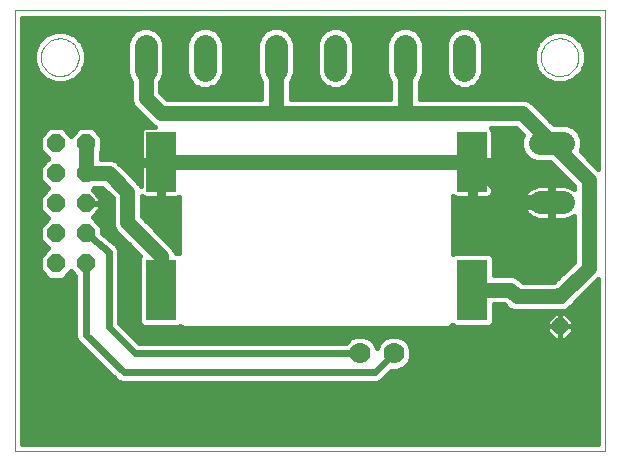
<source format=gbl>
G75*
%MOIN*%
%OFA0B0*%
%FSLAX24Y24*%
%IPPOS*%
%LPD*%
%AMOC8*
5,1,8,0,0,1.08239X$1,22.5*
%
%ADD10C,0.0000*%
%ADD11C,0.0780*%
%ADD12OC8,0.0520*%
%ADD13OC8,0.0600*%
%ADD14R,0.1000X0.2000*%
%ADD15C,0.0500*%
%ADD16C,0.0160*%
%ADD17C,0.0240*%
%ADD18C,0.0700*%
D10*
X000180Y000180D02*
X000180Y014865D01*
X019865Y014865D01*
X019865Y000180D01*
X000180Y000180D01*
X001050Y013305D02*
X001052Y013355D01*
X001058Y013405D01*
X001068Y013454D01*
X001082Y013502D01*
X001099Y013549D01*
X001120Y013594D01*
X001145Y013638D01*
X001173Y013679D01*
X001205Y013718D01*
X001239Y013755D01*
X001276Y013789D01*
X001316Y013819D01*
X001358Y013846D01*
X001402Y013870D01*
X001448Y013891D01*
X001495Y013907D01*
X001543Y013920D01*
X001593Y013929D01*
X001642Y013934D01*
X001693Y013935D01*
X001743Y013932D01*
X001792Y013925D01*
X001841Y013914D01*
X001889Y013899D01*
X001935Y013881D01*
X001980Y013859D01*
X002023Y013833D01*
X002064Y013804D01*
X002103Y013772D01*
X002139Y013737D01*
X002171Y013699D01*
X002201Y013659D01*
X002228Y013616D01*
X002251Y013572D01*
X002270Y013526D01*
X002286Y013478D01*
X002298Y013429D01*
X002306Y013380D01*
X002310Y013330D01*
X002310Y013280D01*
X002306Y013230D01*
X002298Y013181D01*
X002286Y013132D01*
X002270Y013084D01*
X002251Y013038D01*
X002228Y012994D01*
X002201Y012951D01*
X002171Y012911D01*
X002139Y012873D01*
X002103Y012838D01*
X002064Y012806D01*
X002023Y012777D01*
X001980Y012751D01*
X001935Y012729D01*
X001889Y012711D01*
X001841Y012696D01*
X001792Y012685D01*
X001743Y012678D01*
X001693Y012675D01*
X001642Y012676D01*
X001593Y012681D01*
X001543Y012690D01*
X001495Y012703D01*
X001448Y012719D01*
X001402Y012740D01*
X001358Y012764D01*
X001316Y012791D01*
X001276Y012821D01*
X001239Y012855D01*
X001205Y012892D01*
X001173Y012931D01*
X001145Y012972D01*
X001120Y013016D01*
X001099Y013061D01*
X001082Y013108D01*
X001068Y013156D01*
X001058Y013205D01*
X001052Y013255D01*
X001050Y013305D01*
X017710Y013305D02*
X017712Y013355D01*
X017718Y013405D01*
X017728Y013454D01*
X017742Y013502D01*
X017759Y013549D01*
X017780Y013594D01*
X017805Y013638D01*
X017833Y013679D01*
X017865Y013718D01*
X017899Y013755D01*
X017936Y013789D01*
X017976Y013819D01*
X018018Y013846D01*
X018062Y013870D01*
X018108Y013891D01*
X018155Y013907D01*
X018203Y013920D01*
X018253Y013929D01*
X018302Y013934D01*
X018353Y013935D01*
X018403Y013932D01*
X018452Y013925D01*
X018501Y013914D01*
X018549Y013899D01*
X018595Y013881D01*
X018640Y013859D01*
X018683Y013833D01*
X018724Y013804D01*
X018763Y013772D01*
X018799Y013737D01*
X018831Y013699D01*
X018861Y013659D01*
X018888Y013616D01*
X018911Y013572D01*
X018930Y013526D01*
X018946Y013478D01*
X018958Y013429D01*
X018966Y013380D01*
X018970Y013330D01*
X018970Y013280D01*
X018966Y013230D01*
X018958Y013181D01*
X018946Y013132D01*
X018930Y013084D01*
X018911Y013038D01*
X018888Y012994D01*
X018861Y012951D01*
X018831Y012911D01*
X018799Y012873D01*
X018763Y012838D01*
X018724Y012806D01*
X018683Y012777D01*
X018640Y012751D01*
X018595Y012729D01*
X018549Y012711D01*
X018501Y012696D01*
X018452Y012685D01*
X018403Y012678D01*
X018353Y012675D01*
X018302Y012676D01*
X018253Y012681D01*
X018203Y012690D01*
X018155Y012703D01*
X018108Y012719D01*
X018062Y012740D01*
X018018Y012764D01*
X017976Y012791D01*
X017936Y012821D01*
X017899Y012855D01*
X017865Y012892D01*
X017833Y012931D01*
X017805Y012972D01*
X017780Y013016D01*
X017759Y013061D01*
X017742Y013108D01*
X017728Y013156D01*
X017718Y013205D01*
X017712Y013255D01*
X017710Y013305D01*
D11*
X015170Y013670D02*
X015170Y012890D01*
X013190Y012890D02*
X013190Y013670D01*
X010870Y013670D02*
X010870Y012890D01*
X008890Y012890D02*
X008890Y013670D01*
X006520Y013670D02*
X006520Y012890D01*
X004540Y012890D02*
X004540Y013670D01*
X017690Y010445D02*
X018470Y010445D01*
X018470Y008465D02*
X017690Y008465D01*
D12*
X018355Y005330D03*
X018355Y004330D03*
D13*
X002555Y006430D03*
X001555Y006430D03*
X001555Y007430D03*
X002555Y007430D03*
X002555Y008430D03*
X001555Y008430D03*
X001555Y009430D03*
X002555Y009430D03*
X002555Y010430D03*
X001555Y010430D03*
D14*
X005055Y009805D03*
X005055Y005555D03*
X015430Y005555D03*
X015430Y009805D03*
D15*
X015500Y009805D01*
X016840Y008465D01*
X018080Y008465D01*
X019305Y009220D02*
X018080Y010445D01*
X017095Y011430D01*
X013180Y011430D01*
X013190Y011440D01*
X013190Y013280D01*
X013180Y011430D02*
X008805Y011430D01*
X008890Y011515D01*
X008890Y013280D01*
X008805Y011430D02*
X005055Y011430D01*
X004540Y011945D01*
X004540Y013280D01*
X002555Y010430D02*
X002555Y009430D01*
X003305Y009430D01*
X003930Y008805D01*
X003930Y007805D01*
X005055Y006680D01*
X005055Y005555D01*
X005180Y005430D01*
X005180Y005305D01*
X005055Y005430D01*
X005055Y005555D01*
X005055Y009805D02*
X015430Y009805D01*
X019305Y009220D02*
X019305Y006280D01*
X018355Y005330D01*
X016905Y005330D01*
X016680Y005555D01*
X015430Y005555D01*
D16*
X016170Y006045D02*
X016170Y006603D01*
X016133Y006691D01*
X016066Y006758D01*
X015978Y006795D01*
X014882Y006795D01*
X014795Y006759D01*
X014795Y008685D01*
X014819Y008661D01*
X014861Y008637D01*
X014906Y008625D01*
X015350Y008625D01*
X015350Y009725D01*
X015510Y009725D01*
X015510Y009885D01*
X016110Y009885D01*
X016110Y010829D01*
X016098Y010874D01*
X016074Y010916D01*
X016050Y010940D01*
X016892Y010940D01*
X017119Y010713D01*
X016110Y010713D01*
X016110Y010555D02*
X017060Y010555D01*
X017060Y010570D02*
X017060Y010320D01*
X017156Y010088D01*
X017333Y009911D01*
X017565Y009815D01*
X018017Y009815D01*
X018815Y009017D01*
X018815Y008919D01*
X018769Y008953D01*
X018689Y008993D01*
X018603Y009021D01*
X018515Y009035D01*
X018130Y009035D01*
X018130Y008515D01*
X018030Y008515D01*
X018030Y009035D01*
X017645Y009035D01*
X017557Y009021D01*
X017471Y008993D01*
X017391Y008953D01*
X017319Y008900D01*
X017255Y008836D01*
X017202Y008764D01*
X017162Y008684D01*
X017134Y008598D01*
X017121Y008515D01*
X018030Y008515D01*
X018030Y008415D01*
X018130Y008415D01*
X018130Y007895D01*
X018515Y007895D01*
X018603Y007909D01*
X018689Y007937D01*
X018769Y007977D01*
X018815Y008011D01*
X018815Y006483D01*
X018162Y005830D01*
X018148Y005830D01*
X018138Y005820D01*
X017108Y005820D01*
X017095Y005833D01*
X016958Y005970D01*
X016777Y006045D01*
X016170Y006045D01*
X016170Y006117D02*
X018449Y006117D01*
X018607Y006275D02*
X016170Y006275D01*
X016170Y006434D02*
X018766Y006434D01*
X018815Y006592D02*
X016170Y006592D01*
X016074Y006751D02*
X018815Y006751D01*
X018815Y006909D02*
X014795Y006909D01*
X014795Y007068D02*
X018815Y007068D01*
X018815Y007226D02*
X014795Y007226D01*
X014795Y007385D02*
X018815Y007385D01*
X018815Y007543D02*
X014795Y007543D01*
X014795Y007702D02*
X018815Y007702D01*
X018815Y007860D02*
X014795Y007860D01*
X014795Y008019D02*
X017335Y008019D01*
X017319Y008030D02*
X017391Y007977D01*
X017471Y007937D01*
X017557Y007909D01*
X017645Y007895D01*
X018030Y007895D01*
X018030Y008415D01*
X017121Y008415D01*
X017134Y008332D01*
X017162Y008246D01*
X017202Y008166D01*
X017255Y008094D01*
X017319Y008030D01*
X017197Y008177D02*
X014795Y008177D01*
X014795Y008336D02*
X017133Y008336D01*
X017152Y008653D02*
X016026Y008653D01*
X016041Y008661D02*
X016074Y008694D01*
X016098Y008736D01*
X016110Y008781D01*
X016110Y009725D01*
X015510Y009725D01*
X015510Y008625D01*
X015954Y008625D01*
X015999Y008637D01*
X016041Y008661D01*
X016110Y008811D02*
X017237Y008811D01*
X017425Y008970D02*
X016110Y008970D01*
X016110Y009128D02*
X018704Y009128D01*
X018735Y008970D02*
X018815Y008970D01*
X018546Y009287D02*
X016110Y009287D01*
X016110Y009445D02*
X018387Y009445D01*
X018229Y009604D02*
X016110Y009604D01*
X016110Y009921D02*
X017324Y009921D01*
X017165Y010079D02*
X016110Y010079D01*
X016110Y010238D02*
X017094Y010238D01*
X017060Y010396D02*
X016110Y010396D01*
X016099Y010872D02*
X016961Y010872D01*
X017119Y010713D02*
X017060Y010570D01*
X017871Y011347D02*
X019625Y011347D01*
X019625Y011189D02*
X018029Y011189D01*
X018143Y011075D02*
X017373Y011845D01*
X017192Y011920D01*
X013680Y011920D01*
X013680Y012489D01*
X013724Y012533D01*
X013820Y012765D01*
X013820Y013795D01*
X013724Y014027D01*
X013547Y014204D01*
X013315Y014300D01*
X013065Y014300D01*
X012833Y014204D01*
X012656Y014027D01*
X012560Y013795D01*
X012560Y012765D01*
X012656Y012533D01*
X012700Y012489D01*
X012700Y011920D01*
X009380Y011920D01*
X009380Y012489D01*
X009424Y012533D01*
X009520Y012765D01*
X009520Y013795D01*
X009424Y014027D01*
X009247Y014204D01*
X009015Y014300D01*
X008765Y014300D01*
X008533Y014204D01*
X008356Y014027D01*
X008260Y013795D01*
X008260Y012765D01*
X008356Y012533D01*
X008400Y012489D01*
X008400Y011920D01*
X005258Y011920D01*
X005030Y012148D01*
X005030Y012489D01*
X005074Y012533D01*
X005170Y012765D01*
X005170Y013795D01*
X005074Y014027D01*
X004897Y014204D01*
X004665Y014300D01*
X004415Y014300D01*
X004183Y014204D01*
X004006Y014027D01*
X003910Y013795D01*
X003910Y012765D01*
X004006Y012533D01*
X004050Y012489D01*
X004050Y011848D01*
X004125Y011667D01*
X004640Y011152D01*
X004777Y011015D01*
X004849Y010985D01*
X004531Y010985D01*
X004486Y010973D01*
X004444Y010949D01*
X004411Y010916D01*
X004387Y010874D01*
X004375Y010829D01*
X004375Y009885D01*
X004975Y009885D01*
X004975Y009725D01*
X005135Y009725D01*
X005135Y008625D01*
X005579Y008625D01*
X005624Y008637D01*
X005654Y008654D01*
X005654Y006774D01*
X005603Y006795D01*
X005538Y006795D01*
X005470Y006958D01*
X005333Y007095D01*
X004420Y008008D01*
X004420Y008685D01*
X004444Y008661D01*
X004486Y008637D01*
X004531Y008625D01*
X004975Y008625D01*
X004975Y009725D01*
X004375Y009725D01*
X004375Y009011D01*
X004345Y009083D01*
X004208Y009220D01*
X003583Y009845D01*
X003402Y009920D01*
X003045Y009920D01*
X003045Y010156D01*
X003095Y010206D01*
X003095Y010654D01*
X002779Y010970D01*
X002331Y010970D01*
X002055Y010694D01*
X001779Y010970D01*
X001331Y010970D01*
X001015Y010654D01*
X001015Y010206D01*
X001291Y009930D01*
X001015Y009654D01*
X001015Y009206D01*
X001291Y008930D01*
X001015Y008654D01*
X001015Y008206D01*
X001291Y007930D01*
X001015Y007654D01*
X001015Y007206D01*
X001291Y006930D01*
X001015Y006654D01*
X001015Y006206D01*
X001331Y005890D01*
X001779Y005890D01*
X002055Y006166D01*
X002195Y006026D01*
X002195Y003983D01*
X002250Y003851D01*
X003500Y002601D01*
X003601Y002500D01*
X003733Y002445D01*
X012252Y002445D01*
X012384Y002500D01*
X012724Y002840D01*
X012922Y002840D01*
X013139Y002930D01*
X013305Y003096D01*
X013395Y003313D01*
X013395Y003547D01*
X013305Y003764D01*
X013139Y003930D01*
X012922Y004020D01*
X012688Y004020D01*
X012471Y003930D01*
X012305Y003764D01*
X012243Y003614D01*
X012180Y003764D01*
X012014Y003930D01*
X011797Y004020D01*
X011563Y004020D01*
X011346Y003930D01*
X011206Y003790D01*
X004329Y003790D01*
X003665Y004454D01*
X003665Y006750D01*
X003670Y006766D01*
X003665Y006821D01*
X003665Y006877D01*
X003659Y006892D01*
X003657Y006909D01*
X004133Y006909D01*
X004292Y006751D02*
X003665Y006751D01*
X003657Y006909D02*
X003631Y006958D01*
X003610Y007009D01*
X003598Y007021D01*
X003590Y007036D01*
X003548Y007071D01*
X003509Y007110D01*
X003493Y007117D01*
X003095Y007449D01*
X003095Y007654D01*
X002779Y007970D01*
X002774Y007970D01*
X003035Y008231D01*
X003035Y008410D01*
X002575Y008410D01*
X002575Y008450D01*
X003035Y008450D01*
X003035Y008629D01*
X002774Y008890D01*
X002779Y008890D01*
X002829Y008940D01*
X003102Y008940D01*
X003440Y008602D01*
X003440Y007708D01*
X003515Y007527D01*
X004351Y006691D01*
X004315Y006603D01*
X004315Y004507D01*
X004352Y004419D01*
X004419Y004352D01*
X004507Y004315D01*
X005603Y004315D01*
X005691Y004352D01*
X005701Y004362D01*
X005758Y004305D01*
X005846Y004269D01*
X014603Y004269D01*
X014691Y004305D01*
X014758Y004373D01*
X014763Y004383D01*
X014794Y004352D01*
X014882Y004315D01*
X015978Y004315D01*
X016066Y004352D01*
X016133Y004419D01*
X016170Y004507D01*
X016170Y005065D01*
X016477Y005065D01*
X016627Y004915D01*
X016808Y004840D01*
X018138Y004840D01*
X018148Y004830D01*
X018562Y004830D01*
X018855Y005123D01*
X018855Y005137D01*
X019583Y005865D01*
X019625Y005907D01*
X019625Y000420D01*
X000420Y000420D01*
X000420Y014625D01*
X019625Y014625D01*
X019625Y009593D01*
X019041Y010177D01*
X019100Y010320D01*
X019100Y010570D01*
X019004Y010802D01*
X018827Y010979D01*
X018595Y011075D01*
X018143Y011075D01*
X018704Y011030D02*
X019625Y011030D01*
X019625Y010872D02*
X018934Y010872D01*
X019041Y010713D02*
X019625Y010713D01*
X019625Y010555D02*
X019100Y010555D01*
X019100Y010396D02*
X019625Y010396D01*
X019625Y010238D02*
X019066Y010238D01*
X019139Y010079D02*
X019625Y010079D01*
X019625Y009921D02*
X019297Y009921D01*
X019456Y009762D02*
X019625Y009762D01*
X019614Y009604D02*
X019625Y009604D01*
X018070Y009762D02*
X015510Y009762D01*
X015510Y009604D02*
X015350Y009604D01*
X015350Y009445D02*
X015510Y009445D01*
X015510Y009287D02*
X015350Y009287D01*
X015350Y009128D02*
X015510Y009128D01*
X015510Y008970D02*
X015350Y008970D01*
X015350Y008811D02*
X015510Y008811D01*
X015510Y008653D02*
X015350Y008653D01*
X014834Y008653D02*
X014795Y008653D01*
X014795Y008494D02*
X018030Y008494D01*
X018030Y008336D02*
X018130Y008336D01*
X018130Y008177D02*
X018030Y008177D01*
X018030Y008019D02*
X018130Y008019D01*
X018130Y008653D02*
X018030Y008653D01*
X018030Y008811D02*
X018130Y008811D01*
X018130Y008970D02*
X018030Y008970D01*
X017712Y011506D02*
X019625Y011506D01*
X019625Y011664D02*
X017554Y011664D01*
X017395Y011823D02*
X019625Y011823D01*
X019625Y011981D02*
X013680Y011981D01*
X013680Y012140D02*
X019625Y012140D01*
X019625Y012298D02*
X015387Y012298D01*
X015295Y012260D02*
X015045Y012260D01*
X014813Y012356D01*
X014636Y012533D01*
X014540Y012765D01*
X014540Y013795D01*
X014636Y014027D01*
X014813Y014204D01*
X015045Y014300D01*
X015295Y014300D01*
X015527Y014204D01*
X015704Y014027D01*
X015800Y013795D01*
X015800Y012765D01*
X015704Y012533D01*
X015527Y012356D01*
X015295Y012260D01*
X014953Y012298D02*
X013680Y012298D01*
X013680Y012457D02*
X014713Y012457D01*
X014602Y012615D02*
X013758Y012615D01*
X013820Y012774D02*
X014540Y012774D01*
X014540Y012932D02*
X013820Y012932D01*
X013820Y013091D02*
X014540Y013091D01*
X014540Y013249D02*
X013820Y013249D01*
X013820Y013408D02*
X014540Y013408D01*
X014540Y013566D02*
X013820Y013566D01*
X013820Y013725D02*
X014540Y013725D01*
X014576Y013883D02*
X013784Y013883D01*
X013709Y014042D02*
X014651Y014042D01*
X014809Y014200D02*
X013551Y014200D01*
X012829Y014200D02*
X011231Y014200D01*
X011227Y014204D02*
X010995Y014300D01*
X010745Y014300D01*
X010513Y014204D01*
X010336Y014027D01*
X010240Y013795D01*
X010240Y012765D01*
X010336Y012533D01*
X010513Y012356D01*
X010745Y012260D01*
X010995Y012260D01*
X011227Y012356D01*
X011404Y012533D01*
X011500Y012765D01*
X011500Y013795D01*
X011404Y014027D01*
X011227Y014204D01*
X011389Y014042D02*
X012671Y014042D01*
X012596Y013883D02*
X011464Y013883D01*
X011500Y013725D02*
X012560Y013725D01*
X012560Y013566D02*
X011500Y013566D01*
X011500Y013408D02*
X012560Y013408D01*
X012560Y013249D02*
X011500Y013249D01*
X011500Y013091D02*
X012560Y013091D01*
X012560Y012932D02*
X011500Y012932D01*
X011500Y012774D02*
X012560Y012774D01*
X012622Y012615D02*
X011438Y012615D01*
X011327Y012457D02*
X012700Y012457D01*
X012700Y012298D02*
X011087Y012298D01*
X010653Y012298D02*
X009380Y012298D01*
X009380Y012140D02*
X012700Y012140D01*
X012700Y011981D02*
X009380Y011981D01*
X009380Y012457D02*
X010413Y012457D01*
X010302Y012615D02*
X009458Y012615D01*
X009520Y012774D02*
X010240Y012774D01*
X010240Y012932D02*
X009520Y012932D01*
X009520Y013091D02*
X010240Y013091D01*
X010240Y013249D02*
X009520Y013249D01*
X009520Y013408D02*
X010240Y013408D01*
X010240Y013566D02*
X009520Y013566D01*
X009520Y013725D02*
X010240Y013725D01*
X010276Y013883D02*
X009484Y013883D01*
X009409Y014042D02*
X010351Y014042D01*
X010509Y014200D02*
X009251Y014200D01*
X008529Y014200D02*
X006881Y014200D01*
X006877Y014204D02*
X006645Y014300D01*
X006395Y014300D01*
X006163Y014204D01*
X005986Y014027D01*
X005890Y013795D01*
X005890Y012765D01*
X005986Y012533D01*
X006163Y012356D01*
X006395Y012260D01*
X006645Y012260D01*
X006877Y012356D01*
X007054Y012533D01*
X007150Y012765D01*
X007150Y013795D01*
X007054Y014027D01*
X006877Y014204D01*
X007039Y014042D02*
X008371Y014042D01*
X008296Y013883D02*
X007114Y013883D01*
X007150Y013725D02*
X008260Y013725D01*
X008260Y013566D02*
X007150Y013566D01*
X007150Y013408D02*
X008260Y013408D01*
X008260Y013249D02*
X007150Y013249D01*
X007150Y013091D02*
X008260Y013091D01*
X008260Y012932D02*
X007150Y012932D01*
X007150Y012774D02*
X008260Y012774D01*
X008322Y012615D02*
X007088Y012615D01*
X006977Y012457D02*
X008400Y012457D01*
X008400Y012298D02*
X006737Y012298D01*
X006303Y012298D02*
X005030Y012298D01*
X005030Y012457D02*
X006063Y012457D01*
X005952Y012615D02*
X005108Y012615D01*
X005170Y012774D02*
X005890Y012774D01*
X005890Y012932D02*
X005170Y012932D01*
X005170Y013091D02*
X005890Y013091D01*
X005890Y013249D02*
X005170Y013249D01*
X005170Y013408D02*
X005890Y013408D01*
X005890Y013566D02*
X005170Y013566D01*
X005170Y013725D02*
X005890Y013725D01*
X005926Y013883D02*
X005134Y013883D01*
X005059Y014042D02*
X006001Y014042D01*
X006159Y014200D02*
X004901Y014200D01*
X004179Y014200D02*
X000420Y014200D01*
X000420Y014042D02*
X001186Y014042D01*
X001187Y014042D02*
X000943Y013798D01*
X000810Y013478D01*
X000810Y013132D01*
X000943Y012812D01*
X001187Y012568D01*
X001507Y012435D01*
X001853Y012435D01*
X002173Y012568D01*
X002417Y012812D01*
X002550Y013132D01*
X002550Y013478D01*
X002417Y013798D01*
X002173Y014042D01*
X001853Y014175D01*
X001507Y014175D01*
X001187Y014042D01*
X001028Y013883D02*
X000420Y013883D01*
X000420Y013725D02*
X000912Y013725D01*
X000847Y013566D02*
X000420Y013566D01*
X000420Y013408D02*
X000810Y013408D01*
X000810Y013249D02*
X000420Y013249D01*
X000420Y013091D02*
X000827Y013091D01*
X000893Y012932D02*
X000420Y012932D01*
X000420Y012774D02*
X000981Y012774D01*
X001140Y012615D02*
X000420Y012615D01*
X000420Y012457D02*
X001455Y012457D01*
X001905Y012457D02*
X004050Y012457D01*
X004050Y012298D02*
X000420Y012298D01*
X000420Y012140D02*
X004050Y012140D01*
X004050Y011981D02*
X000420Y011981D01*
X000420Y011823D02*
X004060Y011823D01*
X004128Y011664D02*
X000420Y011664D01*
X000420Y011506D02*
X004287Y011506D01*
X004445Y011347D02*
X000420Y011347D01*
X000420Y011189D02*
X004604Y011189D01*
X004762Y011030D02*
X000420Y011030D01*
X000420Y010872D02*
X001233Y010872D01*
X001074Y010713D02*
X000420Y010713D01*
X000420Y010555D02*
X001015Y010555D01*
X001015Y010396D02*
X000420Y010396D01*
X000420Y010238D02*
X001015Y010238D01*
X001142Y010079D02*
X000420Y010079D01*
X000420Y009921D02*
X001282Y009921D01*
X001123Y009762D02*
X000420Y009762D01*
X000420Y009604D02*
X001015Y009604D01*
X001015Y009445D02*
X000420Y009445D01*
X000420Y009287D02*
X001015Y009287D01*
X001093Y009128D02*
X000420Y009128D01*
X000420Y008970D02*
X001252Y008970D01*
X001172Y008811D02*
X000420Y008811D01*
X000420Y008653D02*
X001015Y008653D01*
X001015Y008494D02*
X000420Y008494D01*
X000420Y008336D02*
X001015Y008336D01*
X001044Y008177D02*
X000420Y008177D01*
X000420Y008019D02*
X001203Y008019D01*
X001221Y007860D02*
X000420Y007860D01*
X000420Y007702D02*
X001063Y007702D01*
X001015Y007543D02*
X000420Y007543D01*
X000420Y007385D02*
X001015Y007385D01*
X001015Y007226D02*
X000420Y007226D01*
X000420Y007068D02*
X001154Y007068D01*
X001270Y006909D02*
X000420Y006909D01*
X000420Y006751D02*
X001112Y006751D01*
X001015Y006592D02*
X000420Y006592D01*
X000420Y006434D02*
X001015Y006434D01*
X001015Y006275D02*
X000420Y006275D01*
X000420Y006117D02*
X001105Y006117D01*
X001263Y005958D02*
X000420Y005958D01*
X000420Y005800D02*
X002195Y005800D01*
X002195Y005958D02*
X001847Y005958D01*
X002005Y006117D02*
X002105Y006117D01*
X002195Y005641D02*
X000420Y005641D01*
X000420Y005483D02*
X002195Y005483D01*
X002195Y005324D02*
X000420Y005324D01*
X000420Y005166D02*
X002195Y005166D01*
X002195Y005007D02*
X000420Y005007D01*
X000420Y004849D02*
X002195Y004849D01*
X002195Y004690D02*
X000420Y004690D01*
X000420Y004532D02*
X002195Y004532D01*
X002195Y004373D02*
X000420Y004373D01*
X000420Y004215D02*
X002195Y004215D01*
X002195Y004056D02*
X000420Y004056D01*
X000420Y003898D02*
X002231Y003898D01*
X002362Y003739D02*
X000420Y003739D01*
X000420Y003581D02*
X002520Y003581D01*
X002679Y003422D02*
X000420Y003422D01*
X000420Y003264D02*
X002837Y003264D01*
X002996Y003105D02*
X000420Y003105D01*
X000420Y002947D02*
X003154Y002947D01*
X003313Y002788D02*
X000420Y002788D01*
X000420Y002630D02*
X003471Y002630D01*
X003671Y002471D02*
X000420Y002471D01*
X000420Y002313D02*
X019625Y002313D01*
X019625Y002471D02*
X012314Y002471D01*
X012514Y002630D02*
X019625Y002630D01*
X019625Y002788D02*
X012672Y002788D01*
X013156Y002947D02*
X019625Y002947D01*
X019625Y003105D02*
X013309Y003105D01*
X013375Y003264D02*
X019625Y003264D01*
X019625Y003422D02*
X013395Y003422D01*
X013381Y003581D02*
X019625Y003581D01*
X019625Y003739D02*
X013316Y003739D01*
X013172Y003898D02*
X018165Y003898D01*
X018173Y003890D02*
X017915Y004148D01*
X017915Y004330D01*
X018355Y004330D01*
X018355Y004330D01*
X018355Y004770D01*
X018537Y004770D01*
X018795Y004512D01*
X018795Y004330D01*
X018355Y004330D01*
X018355Y004330D01*
X018355Y004330D01*
X018355Y004770D01*
X018173Y004770D01*
X017915Y004512D01*
X017915Y004330D01*
X018355Y004330D01*
X018795Y004330D01*
X018795Y004148D01*
X018537Y003890D01*
X018355Y003890D01*
X018355Y004330D01*
X018355Y004330D01*
X018355Y003890D01*
X018173Y003890D01*
X018355Y003898D02*
X018355Y003898D01*
X018355Y004056D02*
X018355Y004056D01*
X018355Y004215D02*
X018355Y004215D01*
X018355Y004373D02*
X018355Y004373D01*
X018355Y004532D02*
X018355Y004532D01*
X018355Y004690D02*
X018355Y004690D01*
X018093Y004690D02*
X016170Y004690D01*
X016170Y004532D02*
X017934Y004532D01*
X017915Y004373D02*
X016087Y004373D01*
X016170Y004849D02*
X016787Y004849D01*
X016535Y005007D02*
X016170Y005007D01*
X017095Y005833D02*
X017095Y005833D01*
X016970Y005958D02*
X018290Y005958D01*
X019042Y005324D02*
X019625Y005324D01*
X019625Y005166D02*
X018883Y005166D01*
X018739Y005007D02*
X019625Y005007D01*
X019625Y004849D02*
X018581Y004849D01*
X018617Y004690D02*
X019625Y004690D01*
X019625Y004532D02*
X018776Y004532D01*
X018795Y004373D02*
X019625Y004373D01*
X019625Y004215D02*
X018795Y004215D01*
X018703Y004056D02*
X019625Y004056D01*
X019625Y003898D02*
X018545Y003898D01*
X018007Y004056D02*
X004063Y004056D01*
X003905Y004215D02*
X017915Y004215D01*
X019200Y005483D02*
X019625Y005483D01*
X019625Y005641D02*
X019359Y005641D01*
X019517Y005800D02*
X019625Y005800D01*
X019583Y005865D02*
X019583Y005865D01*
X014773Y004373D02*
X014759Y004373D01*
X012438Y003898D02*
X012047Y003898D01*
X012191Y003739D02*
X012294Y003739D01*
X011313Y003898D02*
X004222Y003898D01*
X004398Y004373D02*
X003746Y004373D01*
X003665Y004532D02*
X004315Y004532D01*
X004315Y004690D02*
X003665Y004690D01*
X003665Y004849D02*
X004315Y004849D01*
X004315Y005007D02*
X003665Y005007D01*
X003665Y005166D02*
X004315Y005166D01*
X004315Y005324D02*
X003665Y005324D01*
X003665Y005483D02*
X004315Y005483D01*
X004315Y005641D02*
X003665Y005641D01*
X003665Y005800D02*
X004315Y005800D01*
X004315Y005958D02*
X003665Y005958D01*
X003665Y006117D02*
X004315Y006117D01*
X004315Y006275D02*
X003665Y006275D01*
X003665Y006434D02*
X004315Y006434D01*
X004315Y006592D02*
X003665Y006592D01*
X003552Y007068D02*
X003975Y007068D01*
X003816Y007226D02*
X003362Y007226D01*
X003172Y007385D02*
X003658Y007385D01*
X003508Y007543D02*
X003095Y007543D01*
X003047Y007702D02*
X003442Y007702D01*
X003440Y007860D02*
X002889Y007860D01*
X002822Y008019D02*
X003440Y008019D01*
X003440Y008177D02*
X002981Y008177D01*
X003035Y008336D02*
X003440Y008336D01*
X003440Y008494D02*
X003035Y008494D01*
X003011Y008653D02*
X003390Y008653D01*
X003231Y008811D02*
X002853Y008811D01*
X003824Y009604D02*
X004375Y009604D01*
X004375Y009445D02*
X003983Y009445D01*
X004141Y009287D02*
X004375Y009287D01*
X004375Y009128D02*
X004300Y009128D01*
X004420Y008653D02*
X004459Y008653D01*
X004420Y008494D02*
X005654Y008494D01*
X005654Y008336D02*
X004420Y008336D01*
X004420Y008177D02*
X005654Y008177D01*
X005654Y008019D02*
X004420Y008019D01*
X004568Y007860D02*
X005654Y007860D01*
X005654Y007702D02*
X004726Y007702D01*
X004885Y007543D02*
X005654Y007543D01*
X005654Y007385D02*
X005043Y007385D01*
X005202Y007226D02*
X005654Y007226D01*
X005654Y007068D02*
X005360Y007068D01*
X005491Y006909D02*
X005654Y006909D01*
X005651Y008653D02*
X005654Y008653D01*
X005135Y008653D02*
X004975Y008653D01*
X004975Y008811D02*
X005135Y008811D01*
X005135Y008970D02*
X004975Y008970D01*
X004975Y009128D02*
X005135Y009128D01*
X005135Y009287D02*
X004975Y009287D01*
X004975Y009445D02*
X005135Y009445D01*
X005135Y009604D02*
X004975Y009604D01*
X004975Y009762D02*
X003666Y009762D01*
X003045Y009921D02*
X004375Y009921D01*
X004375Y010079D02*
X003045Y010079D01*
X003095Y010238D02*
X004375Y010238D01*
X004375Y010396D02*
X003095Y010396D01*
X003095Y010555D02*
X004375Y010555D01*
X004375Y010713D02*
X003036Y010713D01*
X002877Y010872D02*
X004386Y010872D01*
X005197Y011981D02*
X008400Y011981D01*
X008400Y012140D02*
X005038Y012140D01*
X003972Y012615D02*
X002220Y012615D01*
X002379Y012774D02*
X003910Y012774D01*
X003910Y012932D02*
X002467Y012932D01*
X002533Y013091D02*
X003910Y013091D01*
X003910Y013249D02*
X002550Y013249D01*
X002550Y013408D02*
X003910Y013408D01*
X003910Y013566D02*
X002513Y013566D01*
X002448Y013725D02*
X003910Y013725D01*
X003946Y013883D02*
X002332Y013883D01*
X002174Y014042D02*
X004021Y014042D01*
X000420Y014359D02*
X019625Y014359D01*
X019625Y014517D02*
X000420Y014517D01*
X001877Y010872D02*
X002233Y010872D01*
X002074Y010713D02*
X002036Y010713D01*
X000420Y002154D02*
X019625Y002154D01*
X019625Y001996D02*
X000420Y001996D01*
X000420Y001837D02*
X019625Y001837D01*
X019625Y001679D02*
X000420Y001679D01*
X000420Y001520D02*
X019625Y001520D01*
X019625Y001362D02*
X000420Y001362D01*
X000420Y001203D02*
X019625Y001203D01*
X019625Y001045D02*
X000420Y001045D01*
X000420Y000886D02*
X019625Y000886D01*
X019625Y000728D02*
X000420Y000728D01*
X000420Y000569D02*
X019625Y000569D01*
X018513Y012435D02*
X018167Y012435D01*
X017848Y012568D01*
X017603Y012812D01*
X017471Y013132D01*
X017471Y013478D01*
X017603Y013798D01*
X017848Y014042D01*
X018167Y014175D01*
X018513Y014175D01*
X018833Y014042D01*
X019078Y013798D01*
X019210Y013478D01*
X019210Y013132D01*
X019078Y012812D01*
X018833Y012568D01*
X018513Y012435D01*
X018565Y012457D02*
X019625Y012457D01*
X019625Y012615D02*
X018881Y012615D01*
X019039Y012774D02*
X019625Y012774D01*
X019625Y012932D02*
X019128Y012932D01*
X019193Y013091D02*
X019625Y013091D01*
X019625Y013249D02*
X019210Y013249D01*
X019210Y013408D02*
X019625Y013408D01*
X019625Y013566D02*
X019174Y013566D01*
X019108Y013725D02*
X019625Y013725D01*
X019625Y013883D02*
X018993Y013883D01*
X018834Y014042D02*
X019625Y014042D01*
X019625Y014200D02*
X015531Y014200D01*
X015689Y014042D02*
X017847Y014042D01*
X017688Y013883D02*
X015764Y013883D01*
X015800Y013725D02*
X017573Y013725D01*
X017507Y013566D02*
X015800Y013566D01*
X015800Y013408D02*
X017471Y013408D01*
X017471Y013249D02*
X015800Y013249D01*
X015800Y013091D02*
X017488Y013091D01*
X017553Y012932D02*
X015800Y012932D01*
X015800Y012774D02*
X017642Y012774D01*
X017800Y012615D02*
X015738Y012615D01*
X015627Y012457D02*
X018116Y012457D01*
D17*
X012805Y003430D02*
X012180Y002805D01*
X003805Y002805D01*
X002555Y004055D01*
X002555Y006430D01*
X003305Y006805D02*
X002555Y007430D01*
X003305Y006805D02*
X003305Y004305D01*
X004180Y003430D01*
X011680Y003430D01*
D18*
X011680Y003430D03*
X012805Y003430D03*
M02*

</source>
